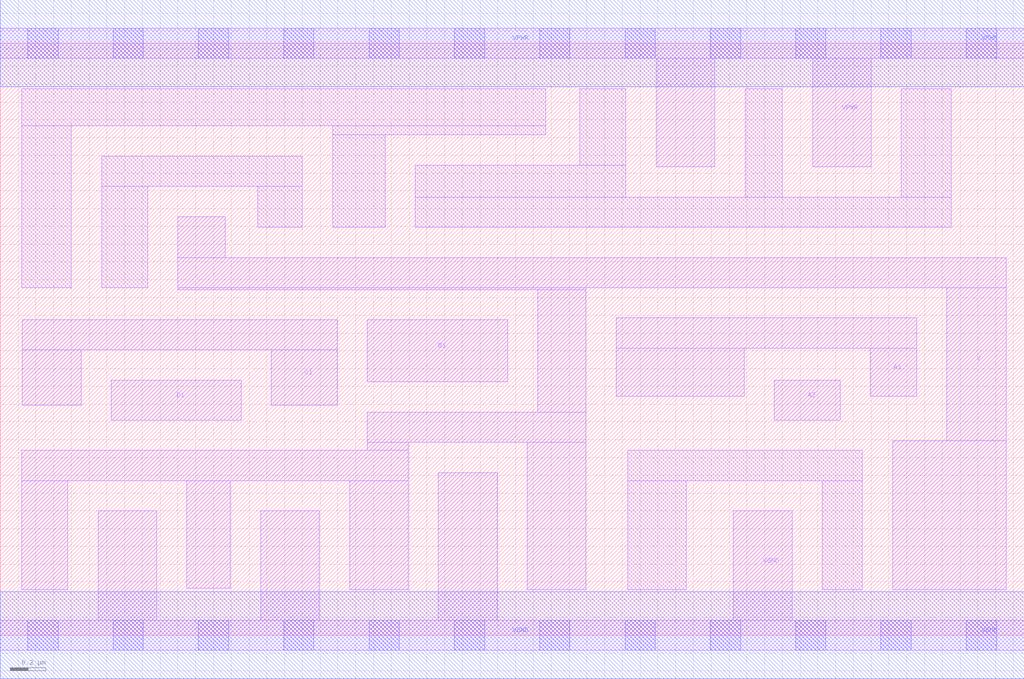
<source format=lef>
# Copyright 2020 The SkyWater PDK Authors
#
# Licensed under the Apache License, Version 2.0 (the "License");
# you may not use this file except in compliance with the License.
# You may obtain a copy of the License at
#
#     https://www.apache.org/licenses/LICENSE-2.0
#
# Unless required by applicable law or agreed to in writing, software
# distributed under the License is distributed on an "AS IS" BASIS,
# WITHOUT WARRANTIES OR CONDITIONS OF ANY KIND, either express or implied.
# See the License for the specific language governing permissions and
# limitations under the License.
#
# SPDX-License-Identifier: Apache-2.0

VERSION 5.7 ;
  NAMESCASESENSITIVE ON ;
  NOWIREEXTENSIONATPIN ON ;
  DIVIDERCHAR "/" ;
  BUSBITCHARS "[]" ;
UNITS
  DATABASE MICRONS 200 ;
END UNITS
MACRO sky130_fd_sc_lp__a2111oi_2
  CLASS CORE ;
  SOURCE USER ;
  FOREIGN sky130_fd_sc_lp__a2111oi_2 ;
  ORIGIN  0.000000  0.000000 ;
  SIZE  5.760000 BY  3.330000 ;
  SYMMETRY X Y R90 ;
  SITE unit ;
  PIN A1
    ANTENNAGATEAREA  0.630000 ;
    DIRECTION INPUT ;
    USE SIGNAL ;
    PORT
      LAYER li1 ;
        RECT 3.465000 1.345000 4.185000 1.615000 ;
        RECT 3.465000 1.615000 5.155000 1.785000 ;
        RECT 4.895000 1.345000 5.155000 1.615000 ;
    END
  END A1
  PIN A2
    ANTENNAGATEAREA  0.630000 ;
    DIRECTION INPUT ;
    USE SIGNAL ;
    PORT
      LAYER li1 ;
        RECT 4.355000 1.210000 4.725000 1.435000 ;
    END
  END A2
  PIN B1
    ANTENNAGATEAREA  0.630000 ;
    DIRECTION INPUT ;
    USE SIGNAL ;
    PORT
      LAYER li1 ;
        RECT 2.065000 1.425000 2.855000 1.775000 ;
    END
  END B1
  PIN C1
    ANTENNAGATEAREA  0.630000 ;
    DIRECTION INPUT ;
    USE SIGNAL ;
    PORT
      LAYER li1 ;
        RECT 0.125000 1.295000 0.455000 1.605000 ;
        RECT 0.125000 1.605000 1.895000 1.775000 ;
        RECT 1.525000 1.295000 1.895000 1.605000 ;
    END
  END C1
  PIN D1
    ANTENNAGATEAREA  0.630000 ;
    DIRECTION INPUT ;
    USE SIGNAL ;
    PORT
      LAYER li1 ;
        RECT 0.625000 1.210000 1.355000 1.435000 ;
    END
  END D1
  PIN Y
    ANTENNADIFFAREA  1.541400 ;
    DIRECTION OUTPUT ;
    USE SIGNAL ;
    PORT
      LAYER li1 ;
        RECT 0.120000 0.255000 0.380000 0.870000 ;
        RECT 0.120000 0.870000 2.295000 1.040000 ;
        RECT 1.000000 1.945000 3.295000 1.955000 ;
        RECT 1.000000 1.955000 5.660000 2.125000 ;
        RECT 1.000000 2.125000 1.265000 2.355000 ;
        RECT 1.050000 0.265000 1.295000 0.870000 ;
        RECT 1.965000 0.255000 2.295000 0.870000 ;
        RECT 2.065000 1.040000 2.295000 1.085000 ;
        RECT 2.065000 1.085000 3.295000 1.255000 ;
        RECT 2.965000 0.255000 3.295000 1.085000 ;
        RECT 3.025000 1.255000 3.295000 1.945000 ;
        RECT 5.020000 0.255000 5.660000 1.095000 ;
        RECT 5.325000 1.095000 5.660000 1.955000 ;
    END
  END Y
  PIN VGND
    DIRECTION INOUT ;
    USE GROUND ;
    PORT
      LAYER li1 ;
        RECT 0.000000 -0.085000 5.760000 0.085000 ;
        RECT 0.550000  0.085000 0.880000 0.700000 ;
        RECT 1.465000  0.085000 1.795000 0.700000 ;
        RECT 2.465000  0.085000 2.795000 0.915000 ;
        RECT 4.125000  0.085000 4.455000 0.700000 ;
      LAYER mcon ;
        RECT 0.155000 -0.085000 0.325000 0.085000 ;
        RECT 0.635000 -0.085000 0.805000 0.085000 ;
        RECT 1.115000 -0.085000 1.285000 0.085000 ;
        RECT 1.595000 -0.085000 1.765000 0.085000 ;
        RECT 2.075000 -0.085000 2.245000 0.085000 ;
        RECT 2.555000 -0.085000 2.725000 0.085000 ;
        RECT 3.035000 -0.085000 3.205000 0.085000 ;
        RECT 3.515000 -0.085000 3.685000 0.085000 ;
        RECT 3.995000 -0.085000 4.165000 0.085000 ;
        RECT 4.475000 -0.085000 4.645000 0.085000 ;
        RECT 4.955000 -0.085000 5.125000 0.085000 ;
        RECT 5.435000 -0.085000 5.605000 0.085000 ;
      LAYER met1 ;
        RECT 0.000000 -0.245000 5.760000 0.245000 ;
    END
  END VGND
  PIN VPWR
    DIRECTION INOUT ;
    USE POWER ;
    PORT
      LAYER li1 ;
        RECT 0.000000 3.245000 5.760000 3.415000 ;
        RECT 3.690000 2.635000 4.020000 3.245000 ;
        RECT 4.570000 2.635000 4.900000 3.245000 ;
      LAYER mcon ;
        RECT 0.155000 3.245000 0.325000 3.415000 ;
        RECT 0.635000 3.245000 0.805000 3.415000 ;
        RECT 1.115000 3.245000 1.285000 3.415000 ;
        RECT 1.595000 3.245000 1.765000 3.415000 ;
        RECT 2.075000 3.245000 2.245000 3.415000 ;
        RECT 2.555000 3.245000 2.725000 3.415000 ;
        RECT 3.035000 3.245000 3.205000 3.415000 ;
        RECT 3.515000 3.245000 3.685000 3.415000 ;
        RECT 3.995000 3.245000 4.165000 3.415000 ;
        RECT 4.475000 3.245000 4.645000 3.415000 ;
        RECT 4.955000 3.245000 5.125000 3.415000 ;
        RECT 5.435000 3.245000 5.605000 3.415000 ;
      LAYER met1 ;
        RECT 0.000000 3.085000 5.760000 3.575000 ;
    END
  END VPWR
  OBS
    LAYER li1 ;
      RECT 0.120000 1.955000 0.400000 2.865000 ;
      RECT 0.120000 2.865000 3.070000 3.075000 ;
      RECT 0.570000 1.955000 0.830000 2.525000 ;
      RECT 0.570000 2.525000 1.700000 2.695000 ;
      RECT 1.450000 2.295000 1.700000 2.525000 ;
      RECT 1.870000 2.295000 2.165000 2.815000 ;
      RECT 1.870000 2.815000 3.070000 2.865000 ;
      RECT 2.335000 2.295000 5.350000 2.465000 ;
      RECT 2.335000 2.465000 3.520000 2.645000 ;
      RECT 3.260000 2.645000 3.520000 3.075000 ;
      RECT 3.530000 0.255000 3.860000 0.870000 ;
      RECT 3.530000 0.870000 4.850000 1.040000 ;
      RECT 4.190000 2.465000 4.400000 3.075000 ;
      RECT 4.625000 0.255000 4.850000 0.870000 ;
      RECT 5.070000 2.465000 5.350000 3.075000 ;
  END
END sky130_fd_sc_lp__a2111oi_2

</source>
